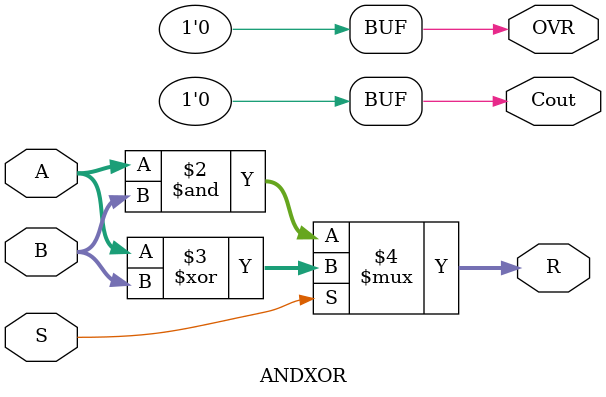
<source format=v>
module ANDXOR (
	input [3:0] A, B,
	input S,
	output [3:0] R,
	output OVR, Cout
);
	assign R = S==0 ? A&B : A^B;
	assign OVR = 1'b0;
	assign Cout = 1'b0;
endmodule 
</source>
